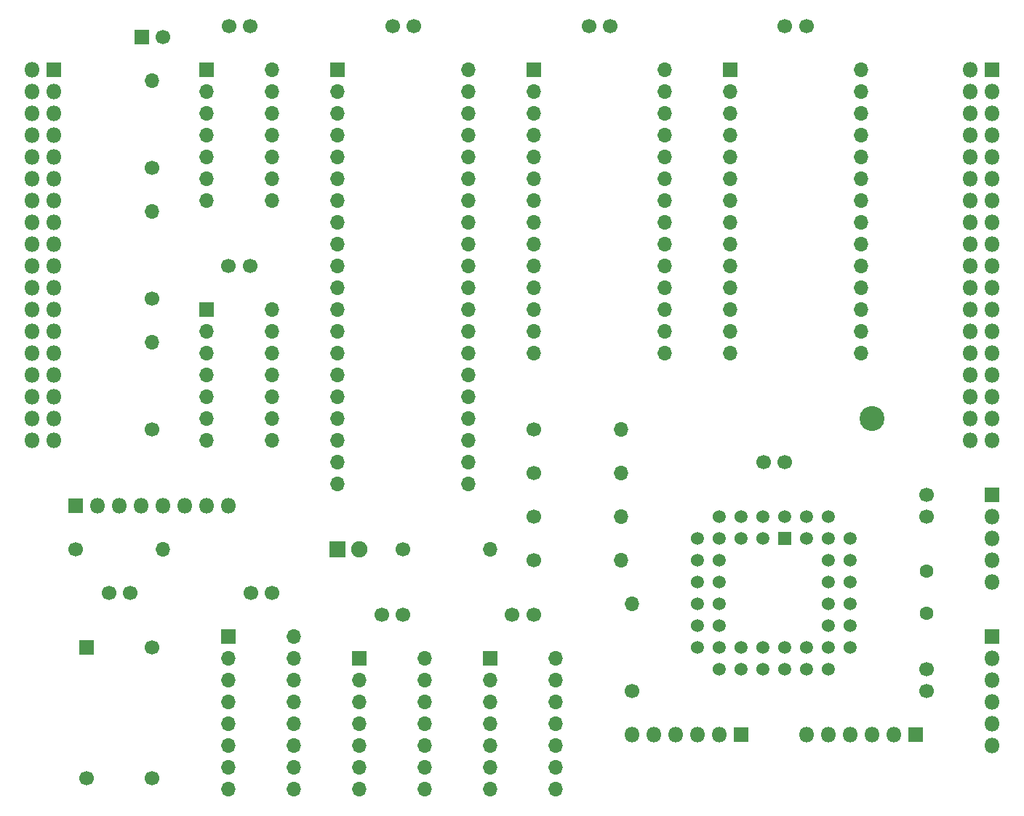
<source format=gbs>
%TF.GenerationSoftware,KiCad,Pcbnew,(5.1.6-0-10_14)*%
%TF.CreationDate,2020-11-19T15:48:44+01:00*%
%TF.ProjectId,Z80_Dev_Board,5a38305f-4465-4765-9f42-6f6172642e6b,rev?*%
%TF.SameCoordinates,Original*%
%TF.FileFunction,Soldermask,Bot*%
%TF.FilePolarity,Negative*%
%FSLAX46Y46*%
G04 Gerber Fmt 4.6, Leading zero omitted, Abs format (unit mm)*
G04 Created by KiCad (PCBNEW (5.1.6-0-10_14)) date 2020-11-19 15:48:44*
%MOMM*%
%LPD*%
G01*
G04 APERTURE LIST*
%ADD10O,1.800000X1.800000*%
%ADD11R,1.800000X1.800000*%
%ADD12C,2.900000*%
%ADD13C,1.700000*%
%ADD14R,1.700000X1.700000*%
%ADD15R,1.900000X1.900000*%
%ADD16C,1.900000*%
%ADD17O,1.700000X1.700000*%
%ADD18R,1.522400X1.522400*%
%ADD19C,1.522400*%
%ADD20C,1.600000*%
G04 APERTURE END LIST*
D10*
X203200000Y-139700000D03*
X203200000Y-137160000D03*
X203200000Y-134620000D03*
X203200000Y-132080000D03*
X203200000Y-129540000D03*
D11*
X203200000Y-127000000D03*
D10*
X203200000Y-120650000D03*
X203200000Y-118110000D03*
X203200000Y-115570000D03*
X203200000Y-113030000D03*
D11*
X203200000Y-110490000D03*
D10*
X114300000Y-111760000D03*
X111760000Y-111760000D03*
X109220000Y-111760000D03*
X106680000Y-111760000D03*
X104140000Y-111760000D03*
X101600000Y-111760000D03*
X99060000Y-111760000D03*
D11*
X96520000Y-111760000D03*
D10*
X200660000Y-104140000D03*
X203200000Y-104140000D03*
X200660000Y-101600000D03*
X203200000Y-101600000D03*
X200660000Y-99060000D03*
X203200000Y-99060000D03*
X200660000Y-96520000D03*
X203200000Y-96520000D03*
X200660000Y-93980000D03*
X203200000Y-93980000D03*
X200660000Y-91440000D03*
X203200000Y-91440000D03*
X200660000Y-88900000D03*
X203200000Y-88900000D03*
X200660000Y-86360000D03*
X203200000Y-86360000D03*
X200660000Y-83820000D03*
X203200000Y-83820000D03*
X200660000Y-81280000D03*
X203200000Y-81280000D03*
X200660000Y-78740000D03*
X203200000Y-78740000D03*
X200660000Y-76200000D03*
X203200000Y-76200000D03*
X200660000Y-73660000D03*
X203200000Y-73660000D03*
X200660000Y-71120000D03*
X203200000Y-71120000D03*
X200660000Y-68580000D03*
X203200000Y-68580000D03*
X200660000Y-66040000D03*
X203200000Y-66040000D03*
X200660000Y-63500000D03*
X203200000Y-63500000D03*
X200660000Y-60960000D03*
D11*
X203200000Y-60960000D03*
D12*
X189230000Y-101600000D03*
D13*
X149820000Y-124460000D03*
X147320000Y-124460000D03*
X158750000Y-55880000D03*
X156250000Y-55880000D03*
X179070000Y-55880000D03*
X181570000Y-55880000D03*
D14*
X104180000Y-57150000D03*
D13*
X106680000Y-57150000D03*
X116840000Y-55880000D03*
X114340000Y-55880000D03*
X114300000Y-83820000D03*
X116800000Y-83820000D03*
X133390000Y-55880000D03*
X135890000Y-55880000D03*
X119380000Y-121920000D03*
X116880000Y-121920000D03*
X134620000Y-124460000D03*
X132120000Y-124460000D03*
X176570000Y-106680000D03*
X179070000Y-106680000D03*
X100370000Y-121920000D03*
X102870000Y-121920000D03*
X195580000Y-130810000D03*
X195580000Y-133310000D03*
X195580000Y-112990000D03*
X195580000Y-110490000D03*
D15*
X127000000Y-116840000D03*
D16*
X129540000Y-116840000D03*
D11*
X93980000Y-60960000D03*
D10*
X91440000Y-60960000D03*
X93980000Y-63500000D03*
X91440000Y-63500000D03*
X93980000Y-66040000D03*
X91440000Y-66040000D03*
X93980000Y-68580000D03*
X91440000Y-68580000D03*
X93980000Y-71120000D03*
X91440000Y-71120000D03*
X93980000Y-73660000D03*
X91440000Y-73660000D03*
X93980000Y-76200000D03*
X91440000Y-76200000D03*
X93980000Y-78740000D03*
X91440000Y-78740000D03*
X93980000Y-81280000D03*
X91440000Y-81280000D03*
X93980000Y-83820000D03*
X91440000Y-83820000D03*
X93980000Y-86360000D03*
X91440000Y-86360000D03*
X93980000Y-88900000D03*
X91440000Y-88900000D03*
X93980000Y-91440000D03*
X91440000Y-91440000D03*
X93980000Y-93980000D03*
X91440000Y-93980000D03*
X93980000Y-96520000D03*
X91440000Y-96520000D03*
X93980000Y-99060000D03*
X91440000Y-99060000D03*
X93980000Y-101600000D03*
X91440000Y-101600000D03*
X93980000Y-104140000D03*
X91440000Y-104140000D03*
X181610000Y-138430000D03*
X184150000Y-138430000D03*
X186690000Y-138430000D03*
X189230000Y-138430000D03*
X191770000Y-138430000D03*
D11*
X194310000Y-138430000D03*
X173990000Y-138430000D03*
D10*
X171450000Y-138430000D03*
X168910000Y-138430000D03*
X166370000Y-138430000D03*
X163830000Y-138430000D03*
X161290000Y-138430000D03*
D17*
X105410000Y-92710000D03*
D13*
X105410000Y-102870000D03*
X149860000Y-102870000D03*
D17*
X160020000Y-102870000D03*
X160020000Y-107950000D03*
D13*
X149860000Y-107950000D03*
X161290000Y-133350000D03*
D17*
X161290000Y-123190000D03*
X160020000Y-113030000D03*
D13*
X149860000Y-113030000D03*
X134620000Y-116840000D03*
D17*
X144780000Y-116840000D03*
D13*
X105410000Y-72390000D03*
D17*
X105410000Y-62230000D03*
X160020000Y-118110000D03*
D13*
X149860000Y-118110000D03*
D17*
X106680000Y-116840000D03*
D13*
X96520000Y-116840000D03*
X105410000Y-87630000D03*
D17*
X105410000Y-77470000D03*
D14*
X144780000Y-129540000D03*
D17*
X152400000Y-144780000D03*
X144780000Y-132080000D03*
X152400000Y-142240000D03*
X144780000Y-134620000D03*
X152400000Y-139700000D03*
X144780000Y-137160000D03*
X152400000Y-137160000D03*
X144780000Y-139700000D03*
X152400000Y-134620000D03*
X144780000Y-142240000D03*
X152400000Y-132080000D03*
X144780000Y-144780000D03*
X152400000Y-129540000D03*
D14*
X149860000Y-60960000D03*
D17*
X165100000Y-93980000D03*
X149860000Y-63500000D03*
X165100000Y-91440000D03*
X149860000Y-66040000D03*
X165100000Y-88900000D03*
X149860000Y-68580000D03*
X165100000Y-86360000D03*
X149860000Y-71120000D03*
X165100000Y-83820000D03*
X149860000Y-73660000D03*
X165100000Y-81280000D03*
X149860000Y-76200000D03*
X165100000Y-78740000D03*
X149860000Y-78740000D03*
X165100000Y-76200000D03*
X149860000Y-81280000D03*
X165100000Y-73660000D03*
X149860000Y-83820000D03*
X165100000Y-71120000D03*
X149860000Y-86360000D03*
X165100000Y-68580000D03*
X149860000Y-88900000D03*
X165100000Y-66040000D03*
X149860000Y-91440000D03*
X165100000Y-63500000D03*
X149860000Y-93980000D03*
X165100000Y-60960000D03*
X187960000Y-60960000D03*
X172720000Y-93980000D03*
X187960000Y-63500000D03*
X172720000Y-91440000D03*
X187960000Y-66040000D03*
X172720000Y-88900000D03*
X187960000Y-68580000D03*
X172720000Y-86360000D03*
X187960000Y-71120000D03*
X172720000Y-83820000D03*
X187960000Y-73660000D03*
X172720000Y-81280000D03*
X187960000Y-76200000D03*
X172720000Y-78740000D03*
X187960000Y-78740000D03*
X172720000Y-76200000D03*
X187960000Y-81280000D03*
X172720000Y-73660000D03*
X187960000Y-83820000D03*
X172720000Y-71120000D03*
X187960000Y-86360000D03*
X172720000Y-68580000D03*
X187960000Y-88900000D03*
X172720000Y-66040000D03*
X187960000Y-91440000D03*
X172720000Y-63500000D03*
X187960000Y-93980000D03*
D14*
X172720000Y-60960000D03*
D17*
X119380000Y-60960000D03*
X111760000Y-76200000D03*
X119380000Y-63500000D03*
X111760000Y-73660000D03*
X119380000Y-66040000D03*
X111760000Y-71120000D03*
X119380000Y-68580000D03*
X111760000Y-68580000D03*
X119380000Y-71120000D03*
X111760000Y-66040000D03*
X119380000Y-73660000D03*
X111760000Y-63500000D03*
X119380000Y-76200000D03*
D14*
X111760000Y-60960000D03*
X111760000Y-88900000D03*
D17*
X119380000Y-104140000D03*
X111760000Y-91440000D03*
X119380000Y-101600000D03*
X111760000Y-93980000D03*
X119380000Y-99060000D03*
X111760000Y-96520000D03*
X119380000Y-96520000D03*
X111760000Y-99060000D03*
X119380000Y-93980000D03*
X111760000Y-101600000D03*
X119380000Y-91440000D03*
X111760000Y-104140000D03*
X119380000Y-88900000D03*
D14*
X127000000Y-60960000D03*
D17*
X142240000Y-109220000D03*
X127000000Y-63500000D03*
X142240000Y-106680000D03*
X127000000Y-66040000D03*
X142240000Y-104140000D03*
X127000000Y-68580000D03*
X142240000Y-101600000D03*
X127000000Y-71120000D03*
X142240000Y-99060000D03*
X127000000Y-73660000D03*
X142240000Y-96520000D03*
X127000000Y-76200000D03*
X142240000Y-93980000D03*
X127000000Y-78740000D03*
X142240000Y-91440000D03*
X127000000Y-81280000D03*
X142240000Y-88900000D03*
X127000000Y-83820000D03*
X142240000Y-86360000D03*
X127000000Y-86360000D03*
X142240000Y-83820000D03*
X127000000Y-88900000D03*
X142240000Y-81280000D03*
X127000000Y-91440000D03*
X142240000Y-78740000D03*
X127000000Y-93980000D03*
X142240000Y-76200000D03*
X127000000Y-96520000D03*
X142240000Y-73660000D03*
X127000000Y-99060000D03*
X142240000Y-71120000D03*
X127000000Y-101600000D03*
X142240000Y-68580000D03*
X127000000Y-104140000D03*
X142240000Y-66040000D03*
X127000000Y-106680000D03*
X142240000Y-63500000D03*
X127000000Y-109220000D03*
X142240000Y-60960000D03*
D14*
X114300000Y-127000000D03*
D17*
X121920000Y-144780000D03*
X114300000Y-129540000D03*
X121920000Y-142240000D03*
X114300000Y-132080000D03*
X121920000Y-139700000D03*
X114300000Y-134620000D03*
X121920000Y-137160000D03*
X114300000Y-137160000D03*
X121920000Y-134620000D03*
X114300000Y-139700000D03*
X121920000Y-132080000D03*
X114300000Y-142240000D03*
X121920000Y-129540000D03*
X114300000Y-144780000D03*
X121920000Y-127000000D03*
X137160000Y-129540000D03*
X129540000Y-144780000D03*
X137160000Y-132080000D03*
X129540000Y-142240000D03*
X137160000Y-134620000D03*
X129540000Y-139700000D03*
X137160000Y-137160000D03*
X129540000Y-137160000D03*
X137160000Y-139700000D03*
X129540000Y-134620000D03*
X137160000Y-142240000D03*
X129540000Y-132080000D03*
X137160000Y-144780000D03*
D14*
X129540000Y-129540000D03*
D18*
X179070000Y-115570000D03*
D19*
X176530000Y-115570000D03*
X173990000Y-115570000D03*
X181610000Y-115570000D03*
X184150000Y-115570000D03*
X176530000Y-113030000D03*
X173990000Y-113030000D03*
X171450000Y-113030000D03*
X179070000Y-113030000D03*
X181610000Y-113030000D03*
X171450000Y-115570000D03*
X171450000Y-118110000D03*
X171450000Y-120650000D03*
X171450000Y-123190000D03*
X171450000Y-125730000D03*
X168910000Y-115570000D03*
X168910000Y-118110000D03*
X168910000Y-120650000D03*
X168910000Y-123190000D03*
X168910000Y-125730000D03*
X168910000Y-128270000D03*
X171450000Y-128270000D03*
X173990000Y-128270000D03*
X176530000Y-128270000D03*
X179070000Y-128270000D03*
X181610000Y-128270000D03*
X186690000Y-128270000D03*
X171450000Y-130810000D03*
X173990000Y-130810000D03*
X176530000Y-130810000D03*
X179070000Y-130810000D03*
X181610000Y-130810000D03*
X184150000Y-130810000D03*
X184150000Y-128270000D03*
X184150000Y-125730000D03*
X184150000Y-123190000D03*
X184150000Y-120650000D03*
X184150000Y-118110000D03*
X184150000Y-113030000D03*
X186690000Y-125730000D03*
X186690000Y-123190000D03*
X186690000Y-120650000D03*
X186690000Y-118110000D03*
X186690000Y-115570000D03*
D14*
X97790000Y-128270000D03*
D13*
X105410000Y-128270000D03*
X105410000Y-143510000D03*
X97790000Y-143510000D03*
D20*
X195580000Y-124260000D03*
X195580000Y-119380000D03*
M02*

</source>
